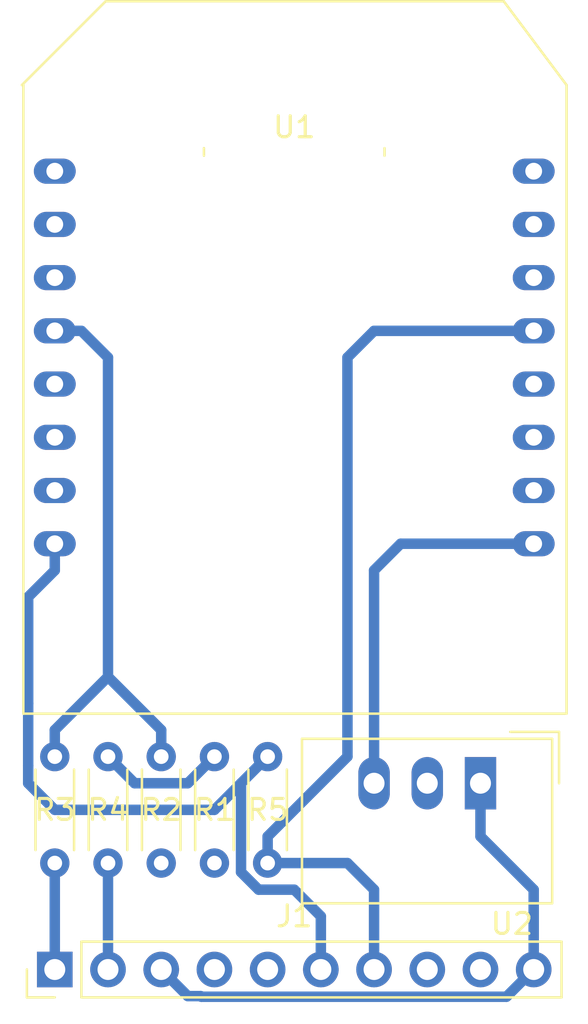
<source format=kicad_pcb>
(kicad_pcb (version 20171130) (host pcbnew 5.1.10-88a1d61d58~90~ubuntu20.04.1)

  (general
    (thickness 1.6)
    (drawings 8)
    (tracks 45)
    (zones 0)
    (modules 8)
    (nets 10)
  )

  (page A4)
  (layers
    (0 F.Cu signal)
    (31 B.Cu signal)
    (32 B.Adhes user)
    (33 F.Adhes user)
    (34 B.Paste user)
    (35 F.Paste user)
    (36 B.SilkS user)
    (37 F.SilkS user)
    (38 B.Mask user)
    (39 F.Mask user)
    (40 Dwgs.User user)
    (41 Cmts.User user)
    (42 Eco1.User user)
    (43 Eco2.User user)
    (44 Edge.Cuts user)
    (45 Margin user)
    (46 B.CrtYd user)
    (47 F.CrtYd user)
    (48 B.Fab user)
    (49 F.Fab user hide)
  )

  (setup
    (last_trace_width 0.5)
    (user_trace_width 0.5)
    (trace_clearance 0.2)
    (zone_clearance 0.508)
    (zone_45_only no)
    (trace_min 0.2)
    (via_size 0.8)
    (via_drill 0.4)
    (via_min_size 0.4)
    (via_min_drill 0.3)
    (uvia_size 0.3)
    (uvia_drill 0.1)
    (uvias_allowed no)
    (uvia_min_size 0.2)
    (uvia_min_drill 0.1)
    (edge_width 0.1)
    (segment_width 0.2)
    (pcb_text_width 0.3)
    (pcb_text_size 1.5 1.5)
    (mod_edge_width 0.15)
    (mod_text_size 1 1)
    (mod_text_width 0.15)
    (pad_size 1.524 1.524)
    (pad_drill 0.762)
    (pad_to_mask_clearance 0)
    (aux_axis_origin 0 0)
    (visible_elements FFFFFF7F)
    (pcbplotparams
      (layerselection 0x010fc_ffffffff)
      (usegerberextensions false)
      (usegerberattributes true)
      (usegerberadvancedattributes true)
      (creategerberjobfile true)
      (excludeedgelayer true)
      (linewidth 0.100000)
      (plotframeref false)
      (viasonmask false)
      (mode 1)
      (useauxorigin false)
      (hpglpennumber 1)
      (hpglpenspeed 20)
      (hpglpendiameter 15.000000)
      (psnegative false)
      (psa4output false)
      (plotreference true)
      (plotvalue true)
      (plotinvisibletext false)
      (padsonsilk false)
      (subtractmaskfromsilk false)
      (outputformat 1)
      (mirror false)
      (drillshape 1)
      (scaleselection 1)
      (outputdirectory ""))
  )

  (net 0 "")
  (net 1 GND)
  (net 2 /PIR)
  (net 3 /LUX)
  (net 4 "Net-(J1-Pad1)")
  (net 5 "Net-(J1-Pad6)")
  (net 6 "Net-(J1-Pad2)")
  (net 7 "Net-(U1-Pad9)")
  (net 8 "Net-(J1-Pad10)")
  (net 9 /TEMP)

  (net_class Default "This is the default net class."
    (clearance 0.2)
    (trace_width 0.25)
    (via_dia 0.8)
    (via_drill 0.4)
    (uvia_dia 0.3)
    (uvia_drill 0.1)
    (add_net /LUX)
    (add_net /PIR)
    (add_net /TEMP)
    (add_net GND)
    (add_net "Net-(J1-Pad1)")
    (add_net "Net-(J1-Pad10)")
    (add_net "Net-(J1-Pad2)")
    (add_net "Net-(J1-Pad6)")
    (add_net "Net-(U1-Pad9)")
  )

  (module multi001-v1:DIP-16_900_ELL (layer F.Cu) (tedit 618FB63F) (tstamp 619F8B3A)
    (at 50.8 45.72)
    (path /60D8D968)
    (fp_text reference U1 (at 11.43 -2.1) (layer F.SilkS)
      (effects (font (size 1 1) (thickness 0.15)))
    )
    (fp_text value D1-MINI-V2 (at 11.43 20.89) (layer F.Fab)
      (effects (font (size 1 1) (thickness 0.15)))
    )
    (fp_line (start -1.5 -4.11) (end -1.5 25.89) (layer F.SilkS) (width 0.12))
    (fp_line (start -1.5 25.89) (end 24.36 25.89) (layer F.SilkS) (width 0.12))
    (fp_line (start 24.43 25.89) (end 24.43 -4.11) (layer F.SilkS) (width 0.12))
    (fp_line (start 24.43 -4.11) (end 21.43 -8.11) (layer F.SilkS) (width 0.12))
    (fp_line (start 15.74 -1.1) (end 15.74 -0.74) (layer F.SilkS) (width 0.12))
    (fp_line (start 21.43 -8.11) (end 2.43 -8.11) (layer F.SilkS) (width 0.12))
    (fp_line (start 7.120001 -0.74) (end 7.120001 -1.1) (layer F.SilkS) (width 0.12))
    (fp_line (start 2.43 -8.11) (end -1.57 -4.11) (layer F.SilkS) (width 0.12))
    (fp_line (start 24.11 -0.85) (end 24.11 18.63) (layer F.CrtYd) (width 0.05))
    (fp_line (start 24.11 18.63) (end -1.25 18.63) (layer F.CrtYd) (width 0.05))
    (fp_line (start -1.25 18.63) (end -1.25 -0.85) (layer F.CrtYd) (width 0.05))
    (fp_line (start -1.25 -0.85) (end 24.11 -0.85) (layer F.CrtYd) (width 0.05))
    (fp_text user 5V (at 20.32 17.78) (layer F.SilkS) hide
      (effects (font (size 1 1) (thickness 0.15)) (justify right))
    )
    (fp_text user GND (at 20.32 15.24) (layer F.SilkS) hide
      (effects (font (size 1 1) (thickness 0.15)) (justify right))
    )
    (fp_text user D4 (at 20.32 12.7) (layer F.SilkS) hide
      (effects (font (size 1 1) (thickness 0.15)) (justify right))
    )
    (fp_text user D3 (at 20.32 10.16) (layer F.SilkS) hide
      (effects (font (size 1 1) (thickness 0.15)) (justify right))
    )
    (fp_text user D2 (at 20.32 7.62) (layer F.SilkS) hide
      (effects (font (size 1 1) (thickness 0.15)) (justify right))
    )
    (fp_text user D1 (at 20.32 5.08) (layer F.SilkS) hide
      (effects (font (size 1 1) (thickness 0.15)) (justify right))
    )
    (fp_text user RX (at 20.32 2.54) (layer F.SilkS) hide
      (effects (font (size 1 1) (thickness 0.15)) (justify right))
    )
    (fp_text user TX (at 20.32 0) (layer F.SilkS) hide
      (effects (font (size 1 1) (thickness 0.15)) (justify right))
    )
    (fp_text user 3V3 (at 2.54 17.78) (layer F.SilkS) hide
      (effects (font (size 1 1) (thickness 0.15)) (justify left))
    )
    (fp_text user D8 (at 2.54 15.24) (layer F.SilkS) hide
      (effects (font (size 1 1) (thickness 0.15)) (justify left))
    )
    (fp_text user D7 (at 2.54 12.7) (layer F.SilkS) hide
      (effects (font (size 1 1) (thickness 0.15)) (justify left))
    )
    (fp_text user D6 (at 2.54 10.16) (layer F.SilkS) hide
      (effects (font (size 1 1) (thickness 0.15)) (justify left))
    )
    (fp_text user D5 (at 2.43 7.62) (layer F.SilkS) hide
      (effects (font (size 1 1) (thickness 0.15)) (justify left))
    )
    (fp_text user D0 (at 2.43 5.08) (layer F.SilkS) hide
      (effects (font (size 1 1) (thickness 0.15)) (justify left))
    )
    (fp_text user A0 (at 2.43 2.54) (layer F.SilkS) hide
      (effects (font (size 1 1) (thickness 0.15)) (justify left))
    )
    (fp_text user RST (at 2.54 0) (layer F.SilkS) hide
      (effects (font (size 1 1) (thickness 0.15)) (justify left))
    )
    (pad 8 thru_hole oval (at 0 17.78 270) (size 1.2 2) (drill 0.8) (layers *.Cu *.Mask)
      (net 5 "Net-(J1-Pad6)"))
    (pad 9 thru_hole oval (at 22.86 17.78 270) (size 1.2 2) (drill 0.8) (layers *.Cu *.Mask)
      (net 7 "Net-(U1-Pad9)"))
    (pad 7 thru_hole oval (at 0 15.24 270) (size 1.2 2) (drill 0.8) (layers *.Cu *.Mask))
    (pad 10 thru_hole oval (at 22.86 15.24 270) (size 1.2 2) (drill 0.8) (layers *.Cu *.Mask)
      (net 1 GND))
    (pad 6 thru_hole oval (at 0 12.7 270) (size 1.2 2) (drill 0.8) (layers *.Cu *.Mask))
    (pad 11 thru_hole oval (at 22.86 12.7 270) (size 1.2 2) (drill 0.8) (layers *.Cu *.Mask))
    (pad 5 thru_hole oval (at 0 10.16 270) (size 1.2 2) (drill 0.8) (layers *.Cu *.Mask))
    (pad 12 thru_hole oval (at 22.86 10.16 270) (size 1.2 2) (drill 0.8) (layers *.Cu *.Mask))
    (pad 4 thru_hole oval (at 0 7.62 270) (size 1.2 2) (drill 0.8) (layers *.Cu *.Mask)
      (net 2 /PIR))
    (pad 13 thru_hole oval (at 22.86 7.62 270) (size 1.2 2) (drill 0.8) (layers *.Cu *.Mask)
      (net 9 /TEMP))
    (pad 3 thru_hole oval (at 0 5.08 270) (size 1.2 2) (drill 0.8) (layers *.Cu *.Mask))
    (pad 14 thru_hole oval (at 22.86 5.08 270) (size 1.2 2) (drill 0.8) (layers *.Cu *.Mask))
    (pad 2 thru_hole oval (at 0 2.54 270) (size 1.2 2) (drill 0.8) (layers *.Cu *.Mask)
      (net 3 /LUX))
    (pad 15 thru_hole oval (at 22.86 2.54 270) (size 1.2 2) (drill 0.8) (layers *.Cu *.Mask))
    (pad 1 thru_hole oval (at 0 0 270) (size 1.2 2) (drill 0.8) (layers *.Cu *.Mask))
    (pad 16 thru_hole oval (at 22.86 0 270) (size 1.2 2) (drill 0.8) (layers *.Cu *.Mask))
  )

  (module Converter_DCDC:Converter_DCDC_TRACO_TSR-1_THT (layer F.Cu) (tedit 59FE1FB7) (tstamp 619E5F8F)
    (at 71.12 74.93 180)
    (descr "DCDC-Converter, TRACO, TSR 1-xxxx")
    (tags "DCDC-Converter TRACO TSR-1")
    (path /61A3CF86)
    (fp_text reference U2 (at -1.5 -6.71) (layer F.SilkS)
      (effects (font (size 1 1) (thickness 0.15)))
    )
    (fp_text value OKI-78SR-5_1.5-W36-C (at 2.5 3.25) (layer F.Fab)
      (effects (font (size 1 1) (thickness 0.15)))
    )
    (fp_text user %R (at 3 -3) (layer F.Fab)
      (effects (font (size 1 1) (thickness 0.15)))
    )
    (fp_line (start -3.75 2.45) (end -1.42 2.45) (layer F.SilkS) (width 0.12))
    (fp_line (start -3.75 0) (end -3.75 2.45) (layer F.SilkS) (width 0.12))
    (fp_line (start -3.3 1) (end -2.3 2) (layer F.Fab) (width 0.1))
    (fp_line (start -3.3 1) (end -3.3 -5.6) (layer F.Fab) (width 0.1))
    (fp_line (start 8.4 2) (end 8.4 -5.6) (layer F.Fab) (width 0.1))
    (fp_line (start -3.3 -5.6) (end 8.4 -5.6) (layer F.Fab) (width 0.1))
    (fp_line (start -3.55 2.25) (end -3.55 -5.85) (layer F.CrtYd) (width 0.05))
    (fp_line (start 8.65 2.25) (end -3.55 2.25) (layer F.CrtYd) (width 0.05))
    (fp_line (start 8.65 -5.85) (end 8.65 2.25) (layer F.CrtYd) (width 0.05))
    (fp_line (start -3.55 -5.85) (end 8.65 -5.85) (layer F.CrtYd) (width 0.05))
    (fp_line (start 8.52 2.12) (end -3.42 2.12) (layer F.SilkS) (width 0.12))
    (fp_line (start 8.52 -5.73) (end 8.52 2.12) (layer F.SilkS) (width 0.12))
    (fp_line (start -3.42 -5.73) (end 8.52 -5.73) (layer F.SilkS) (width 0.12))
    (fp_line (start -3.42 2.12) (end -3.42 -5.73) (layer F.SilkS) (width 0.12))
    (fp_line (start -2.3 2) (end 8.4 2) (layer F.Fab) (width 0.1))
    (pad 3 thru_hole oval (at 5.08 0 180) (size 1.5 2.5) (drill 1) (layers *.Cu *.Mask)
      (net 7 "Net-(U1-Pad9)"))
    (pad 2 thru_hole oval (at 2.54 0 180) (size 1.5 2.5) (drill 1) (layers *.Cu *.Mask)
      (net 1 GND))
    (pad 1 thru_hole rect (at 0 0 180) (size 1.5 2.5) (drill 1) (layers *.Cu *.Mask)
      (net 8 "Net-(J1-Pad10)"))
    (model ${KISYS3DMOD}/Converter_DCDC.3dshapes/Converter_DCDC_TRACO_TSR-1_THT.wrl
      (at (xyz 0 0 0))
      (scale (xyz 1 1 1))
      (rotate (xyz 0 0 0))
    )
  )

  (module Resistor_THT:R_Axial_DIN0204_L3.6mm_D1.6mm_P5.08mm_Horizontal (layer F.Cu) (tedit 5AE5139B) (tstamp 6190244E)
    (at 60.96 73.66 270)
    (descr "Resistor, Axial_DIN0204 series, Axial, Horizontal, pin pitch=5.08mm, 0.167W, length*diameter=3.6*1.6mm^2, http://cdn-reichelt.de/documents/datenblatt/B400/1_4W%23YAG.pdf")
    (tags "Resistor Axial_DIN0204 series Axial Horizontal pin pitch 5.08mm 0.167W length 3.6mm diameter 1.6mm")
    (path /61A1FD8F)
    (fp_text reference R5 (at 2.54 0 180) (layer F.SilkS)
      (effects (font (size 1 1) (thickness 0.15)))
    )
    (fp_text value 4K7 (at 2.54 1.92 90) (layer F.Fab)
      (effects (font (size 1 1) (thickness 0.15)))
    )
    (fp_line (start 0.74 -0.8) (end 0.74 0.8) (layer F.Fab) (width 0.1))
    (fp_line (start 0.74 0.8) (end 4.34 0.8) (layer F.Fab) (width 0.1))
    (fp_line (start 4.34 0.8) (end 4.34 -0.8) (layer F.Fab) (width 0.1))
    (fp_line (start 4.34 -0.8) (end 0.74 -0.8) (layer F.Fab) (width 0.1))
    (fp_line (start 0 0) (end 0.74 0) (layer F.Fab) (width 0.1))
    (fp_line (start 5.08 0) (end 4.34 0) (layer F.Fab) (width 0.1))
    (fp_line (start 0.62 -0.92) (end 4.46 -0.92) (layer F.SilkS) (width 0.12))
    (fp_line (start 0.62 0.92) (end 4.46 0.92) (layer F.SilkS) (width 0.12))
    (fp_line (start -0.95 -1.05) (end -0.95 1.05) (layer F.CrtYd) (width 0.05))
    (fp_line (start -0.95 1.05) (end 6.03 1.05) (layer F.CrtYd) (width 0.05))
    (fp_line (start 6.03 1.05) (end 6.03 -1.05) (layer F.CrtYd) (width 0.05))
    (fp_line (start 6.03 -1.05) (end -0.95 -1.05) (layer F.CrtYd) (width 0.05))
    (fp_text user %R (at 2.54 0 90) (layer F.Fab)
      (effects (font (size 0.72 0.72) (thickness 0.108)))
    )
    (pad 2 thru_hole oval (at 5.08 0 270) (size 1.4 1.4) (drill 0.7) (layers *.Cu *.Mask)
      (net 9 /TEMP))
    (pad 1 thru_hole circle (at 0 0 270) (size 1.4 1.4) (drill 0.7) (layers *.Cu *.Mask)
      (net 5 "Net-(J1-Pad6)"))
    (model ${KISYS3DMOD}/Resistor_THT.3dshapes/R_Axial_DIN0204_L3.6mm_D1.6mm_P5.08mm_Horizontal.wrl
      (at (xyz 0 0 0))
      (scale (xyz 1 1 1))
      (rotate (xyz 0 0 0))
    )
  )

  (module Resistor_THT:R_Axial_DIN0204_L3.6mm_D1.6mm_P5.08mm_Horizontal (layer F.Cu) (tedit 5AE5139B) (tstamp 61900E23)
    (at 53.34 73.66 270)
    (descr "Resistor, Axial_DIN0204 series, Axial, Horizontal, pin pitch=5.08mm, 0.167W, length*diameter=3.6*1.6mm^2, http://cdn-reichelt.de/documents/datenblatt/B400/1_4W%23YAG.pdf")
    (tags "Resistor Axial_DIN0204 series Axial Horizontal pin pitch 5.08mm 0.167W length 3.6mm diameter 1.6mm")
    (path /619F33C9)
    (fp_text reference R4 (at 2.54 0 180) (layer F.SilkS)
      (effects (font (size 1 1) (thickness 0.15)))
    )
    (fp_text value 9K1 (at 2.54 1.92 90) (layer F.Fab)
      (effects (font (size 1 1) (thickness 0.15)))
    )
    (fp_line (start 0.74 -0.8) (end 0.74 0.8) (layer F.Fab) (width 0.1))
    (fp_line (start 0.74 0.8) (end 4.34 0.8) (layer F.Fab) (width 0.1))
    (fp_line (start 4.34 0.8) (end 4.34 -0.8) (layer F.Fab) (width 0.1))
    (fp_line (start 4.34 -0.8) (end 0.74 -0.8) (layer F.Fab) (width 0.1))
    (fp_line (start 0 0) (end 0.74 0) (layer F.Fab) (width 0.1))
    (fp_line (start 5.08 0) (end 4.34 0) (layer F.Fab) (width 0.1))
    (fp_line (start 0.62 -0.92) (end 4.46 -0.92) (layer F.SilkS) (width 0.12))
    (fp_line (start 0.62 0.92) (end 4.46 0.92) (layer F.SilkS) (width 0.12))
    (fp_line (start -0.95 -1.05) (end -0.95 1.05) (layer F.CrtYd) (width 0.05))
    (fp_line (start -0.95 1.05) (end 6.03 1.05) (layer F.CrtYd) (width 0.05))
    (fp_line (start 6.03 1.05) (end 6.03 -1.05) (layer F.CrtYd) (width 0.05))
    (fp_line (start 6.03 -1.05) (end -0.95 -1.05) (layer F.CrtYd) (width 0.05))
    (fp_text user %R (at 2.54 0 90) (layer F.Fab)
      (effects (font (size 0.72 0.72) (thickness 0.108)))
    )
    (pad 2 thru_hole oval (at 5.08 0 270) (size 1.4 1.4) (drill 0.7) (layers *.Cu *.Mask)
      (net 6 "Net-(J1-Pad2)"))
    (pad 1 thru_hole circle (at 0 0 270) (size 1.4 1.4) (drill 0.7) (layers *.Cu *.Mask)
      (net 3 /LUX))
    (model ${KISYS3DMOD}/Resistor_THT.3dshapes/R_Axial_DIN0204_L3.6mm_D1.6mm_P5.08mm_Horizontal.wrl
      (at (xyz 0 0 0))
      (scale (xyz 1 1 1))
      (rotate (xyz 0 0 0))
    )
  )

  (module Resistor_THT:R_Axial_DIN0204_L3.6mm_D1.6mm_P5.08mm_Horizontal (layer F.Cu) (tedit 5AE5139B) (tstamp 61900E10)
    (at 50.8 73.66 270)
    (descr "Resistor, Axial_DIN0204 series, Axial, Horizontal, pin pitch=5.08mm, 0.167W, length*diameter=3.6*1.6mm^2, http://cdn-reichelt.de/documents/datenblatt/B400/1_4W%23YAG.pdf")
    (tags "Resistor Axial_DIN0204 series Axial Horizontal pin pitch 5.08mm 0.167W length 3.6mm diameter 1.6mm")
    (path /619F2CCB)
    (fp_text reference R3 (at 2.54 0 180) (layer F.SilkS)
      (effects (font (size 1 1) (thickness 0.15)))
    )
    (fp_text value 9K1 (at 2.54 1.92 90) (layer F.Fab)
      (effects (font (size 1 1) (thickness 0.15)))
    )
    (fp_line (start 0.74 -0.8) (end 0.74 0.8) (layer F.Fab) (width 0.1))
    (fp_line (start 0.74 0.8) (end 4.34 0.8) (layer F.Fab) (width 0.1))
    (fp_line (start 4.34 0.8) (end 4.34 -0.8) (layer F.Fab) (width 0.1))
    (fp_line (start 4.34 -0.8) (end 0.74 -0.8) (layer F.Fab) (width 0.1))
    (fp_line (start 0 0) (end 0.74 0) (layer F.Fab) (width 0.1))
    (fp_line (start 5.08 0) (end 4.34 0) (layer F.Fab) (width 0.1))
    (fp_line (start 0.62 -0.92) (end 4.46 -0.92) (layer F.SilkS) (width 0.12))
    (fp_line (start 0.62 0.92) (end 4.46 0.92) (layer F.SilkS) (width 0.12))
    (fp_line (start -0.95 -1.05) (end -0.95 1.05) (layer F.CrtYd) (width 0.05))
    (fp_line (start -0.95 1.05) (end 6.03 1.05) (layer F.CrtYd) (width 0.05))
    (fp_line (start 6.03 1.05) (end 6.03 -1.05) (layer F.CrtYd) (width 0.05))
    (fp_line (start 6.03 -1.05) (end -0.95 -1.05) (layer F.CrtYd) (width 0.05))
    (fp_text user %R (at 2.54 0 90) (layer F.Fab)
      (effects (font (size 0.72 0.72) (thickness 0.108)))
    )
    (pad 2 thru_hole oval (at 5.08 0 270) (size 1.4 1.4) (drill 0.7) (layers *.Cu *.Mask)
      (net 4 "Net-(J1-Pad1)"))
    (pad 1 thru_hole circle (at 0 0 270) (size 1.4 1.4) (drill 0.7) (layers *.Cu *.Mask)
      (net 2 /PIR))
    (model ${KISYS3DMOD}/Resistor_THT.3dshapes/R_Axial_DIN0204_L3.6mm_D1.6mm_P5.08mm_Horizontal.wrl
      (at (xyz 0 0 0))
      (scale (xyz 1 1 1))
      (rotate (xyz 0 0 0))
    )
  )

  (module Resistor_THT:R_Axial_DIN0204_L3.6mm_D1.6mm_P5.08mm_Horizontal (layer F.Cu) (tedit 5AE5139B) (tstamp 61900DFD)
    (at 55.88 73.66 270)
    (descr "Resistor, Axial_DIN0204 series, Axial, Horizontal, pin pitch=5.08mm, 0.167W, length*diameter=3.6*1.6mm^2, http://cdn-reichelt.de/documents/datenblatt/B400/1_4W%23YAG.pdf")
    (tags "Resistor Axial_DIN0204 series Axial Horizontal pin pitch 5.08mm 0.167W length 3.6mm diameter 1.6mm")
    (path /619F4E51)
    (fp_text reference R2 (at 2.54 0 180) (layer F.SilkS)
      (effects (font (size 1 1) (thickness 0.15)))
    )
    (fp_text value 3K2 (at 2.54 1.92 90) (layer F.Fab)
      (effects (font (size 1 1) (thickness 0.15)))
    )
    (fp_line (start 0.74 -0.8) (end 0.74 0.8) (layer F.Fab) (width 0.1))
    (fp_line (start 0.74 0.8) (end 4.34 0.8) (layer F.Fab) (width 0.1))
    (fp_line (start 4.34 0.8) (end 4.34 -0.8) (layer F.Fab) (width 0.1))
    (fp_line (start 4.34 -0.8) (end 0.74 -0.8) (layer F.Fab) (width 0.1))
    (fp_line (start 0 0) (end 0.74 0) (layer F.Fab) (width 0.1))
    (fp_line (start 5.08 0) (end 4.34 0) (layer F.Fab) (width 0.1))
    (fp_line (start 0.62 -0.92) (end 4.46 -0.92) (layer F.SilkS) (width 0.12))
    (fp_line (start 0.62 0.92) (end 4.46 0.92) (layer F.SilkS) (width 0.12))
    (fp_line (start -0.95 -1.05) (end -0.95 1.05) (layer F.CrtYd) (width 0.05))
    (fp_line (start -0.95 1.05) (end 6.03 1.05) (layer F.CrtYd) (width 0.05))
    (fp_line (start 6.03 1.05) (end 6.03 -1.05) (layer F.CrtYd) (width 0.05))
    (fp_line (start 6.03 -1.05) (end -0.95 -1.05) (layer F.CrtYd) (width 0.05))
    (fp_text user %R (at 2.54 0 90) (layer F.Fab)
      (effects (font (size 0.72 0.72) (thickness 0.108)))
    )
    (pad 2 thru_hole oval (at 5.08 0 270) (size 1.4 1.4) (drill 0.7) (layers *.Cu *.Mask)
      (net 1 GND))
    (pad 1 thru_hole circle (at 0 0 270) (size 1.4 1.4) (drill 0.7) (layers *.Cu *.Mask)
      (net 2 /PIR))
    (model ${KISYS3DMOD}/Resistor_THT.3dshapes/R_Axial_DIN0204_L3.6mm_D1.6mm_P5.08mm_Horizontal.wrl
      (at (xyz 0 0 0))
      (scale (xyz 1 1 1))
      (rotate (xyz 0 0 0))
    )
  )

  (module Resistor_THT:R_Axial_DIN0204_L3.6mm_D1.6mm_P5.08mm_Horizontal (layer F.Cu) (tedit 5AE5139B) (tstamp 618FE112)
    (at 58.42 78.74 90)
    (descr "Resistor, Axial_DIN0204 series, Axial, Horizontal, pin pitch=5.08mm, 0.167W, length*diameter=3.6*1.6mm^2, http://cdn-reichelt.de/documents/datenblatt/B400/1_4W%23YAG.pdf")
    (tags "Resistor Axial_DIN0204 series Axial Horizontal pin pitch 5.08mm 0.167W length 3.6mm diameter 1.6mm")
    (path /619F3C43)
    (fp_text reference R1 (at 2.54 0 180) (layer F.SilkS)
      (effects (font (size 1 1) (thickness 0.15)))
    )
    (fp_text value 3K2 (at 2.54 1.92 90) (layer F.Fab)
      (effects (font (size 1 1) (thickness 0.15)))
    )
    (fp_line (start 0.74 -0.8) (end 0.74 0.8) (layer F.Fab) (width 0.1))
    (fp_line (start 0.74 0.8) (end 4.34 0.8) (layer F.Fab) (width 0.1))
    (fp_line (start 4.34 0.8) (end 4.34 -0.8) (layer F.Fab) (width 0.1))
    (fp_line (start 4.34 -0.8) (end 0.74 -0.8) (layer F.Fab) (width 0.1))
    (fp_line (start 0 0) (end 0.74 0) (layer F.Fab) (width 0.1))
    (fp_line (start 5.08 0) (end 4.34 0) (layer F.Fab) (width 0.1))
    (fp_line (start 0.62 -0.92) (end 4.46 -0.92) (layer F.SilkS) (width 0.12))
    (fp_line (start 0.62 0.92) (end 4.46 0.92) (layer F.SilkS) (width 0.12))
    (fp_line (start -0.95 -1.05) (end -0.95 1.05) (layer F.CrtYd) (width 0.05))
    (fp_line (start -0.95 1.05) (end 6.03 1.05) (layer F.CrtYd) (width 0.05))
    (fp_line (start 6.03 1.05) (end 6.03 -1.05) (layer F.CrtYd) (width 0.05))
    (fp_line (start 6.03 -1.05) (end -0.95 -1.05) (layer F.CrtYd) (width 0.05))
    (fp_text user %R (at 2.54 0 90) (layer F.Fab)
      (effects (font (size 0.72 0.72) (thickness 0.108)))
    )
    (pad 2 thru_hole oval (at 5.08 0 90) (size 1.4 1.4) (drill 0.7) (layers *.Cu *.Mask)
      (net 3 /LUX))
    (pad 1 thru_hole circle (at 0 0 90) (size 1.4 1.4) (drill 0.7) (layers *.Cu *.Mask)
      (net 1 GND))
    (model ${KISYS3DMOD}/Resistor_THT.3dshapes/R_Axial_DIN0204_L3.6mm_D1.6mm_P5.08mm_Horizontal.wrl
      (at (xyz 0 0 0))
      (scale (xyz 1 1 1))
      (rotate (xyz 0 0 0))
    )
  )

  (module Connector_PinHeader_2.54mm:PinHeader_1x10_P2.54mm_Vertical (layer F.Cu) (tedit 59FED5CC) (tstamp 61900DD7)
    (at 50.8 83.82 90)
    (descr "Through hole straight pin header, 1x10, 2.54mm pitch, single row")
    (tags "Through hole pin header THT 1x10 2.54mm single row")
    (path /61904EE0)
    (fp_text reference J1 (at 2.54 11.43 180) (layer F.SilkS)
      (effects (font (size 1 1) (thickness 0.15)))
    )
    (fp_text value Screw_Terminal_01x10 (at 0 25.19 90) (layer F.Fab) hide
      (effects (font (size 1 1) (thickness 0.15)))
    )
    (fp_line (start -0.635 -1.27) (end 1.27 -1.27) (layer F.Fab) (width 0.1))
    (fp_line (start 1.27 -1.27) (end 1.27 24.13) (layer F.Fab) (width 0.1))
    (fp_line (start 1.27 24.13) (end -1.27 24.13) (layer F.Fab) (width 0.1))
    (fp_line (start -1.27 24.13) (end -1.27 -0.635) (layer F.Fab) (width 0.1))
    (fp_line (start -1.27 -0.635) (end -0.635 -1.27) (layer F.Fab) (width 0.1))
    (fp_line (start -1.33 24.19) (end 1.33 24.19) (layer F.SilkS) (width 0.12))
    (fp_line (start -1.33 1.27) (end -1.33 24.19) (layer F.SilkS) (width 0.12))
    (fp_line (start 1.33 1.27) (end 1.33 24.19) (layer F.SilkS) (width 0.12))
    (fp_line (start -1.33 1.27) (end 1.33 1.27) (layer F.SilkS) (width 0.12))
    (fp_line (start -1.33 0) (end -1.33 -1.33) (layer F.SilkS) (width 0.12))
    (fp_line (start -1.33 -1.33) (end 0 -1.33) (layer F.SilkS) (width 0.12))
    (fp_line (start -1.8 -1.8) (end -1.8 24.65) (layer F.CrtYd) (width 0.05))
    (fp_line (start -1.8 24.65) (end 1.8 24.65) (layer F.CrtYd) (width 0.05))
    (fp_line (start 1.8 24.65) (end 1.8 -1.8) (layer F.CrtYd) (width 0.05))
    (fp_line (start 1.8 -1.8) (end -1.8 -1.8) (layer F.CrtYd) (width 0.05))
    (fp_text user %R (at 0 11.43) (layer F.Fab)
      (effects (font (size 1 1) (thickness 0.15)))
    )
    (pad 10 thru_hole oval (at 0 22.86 90) (size 1.7 1.7) (drill 1) (layers *.Cu *.Mask)
      (net 8 "Net-(J1-Pad10)"))
    (pad 9 thru_hole oval (at 0 20.32 90) (size 1.7 1.7) (drill 1) (layers *.Cu *.Mask)
      (net 1 GND))
    (pad 8 thru_hole oval (at 0 17.78 90) (size 1.7 1.7) (drill 1) (layers *.Cu *.Mask)
      (net 1 GND))
    (pad 7 thru_hole oval (at 0 15.24 90) (size 1.7 1.7) (drill 1) (layers *.Cu *.Mask)
      (net 9 /TEMP))
    (pad 6 thru_hole oval (at 0 12.7 90) (size 1.7 1.7) (drill 1) (layers *.Cu *.Mask)
      (net 5 "Net-(J1-Pad6)"))
    (pad 5 thru_hole oval (at 0 10.16 90) (size 1.7 1.7) (drill 1) (layers *.Cu *.Mask))
    (pad 4 thru_hole oval (at 0 7.62 90) (size 1.7 1.7) (drill 1) (layers *.Cu *.Mask)
      (net 1 GND))
    (pad 3 thru_hole oval (at 0 5.08 90) (size 1.7 1.7) (drill 1) (layers *.Cu *.Mask)
      (net 8 "Net-(J1-Pad10)"))
    (pad 2 thru_hole oval (at 0 2.54 90) (size 1.7 1.7) (drill 1) (layers *.Cu *.Mask)
      (net 6 "Net-(J1-Pad2)"))
    (pad 1 thru_hole rect (at 0 0 90) (size 1.7 1.7) (drill 1) (layers *.Cu *.Mask)
      (net 4 "Net-(J1-Pad1)"))
    (model ${KISYS3DMOD}/Connector_PinHeader_2.54mm.3dshapes/PinHeader_1x10_P2.54mm_Vertical.wrl
      (at (xyz 0 0 0))
      (scale (xyz 1 1 1))
      (rotate (xyz 0 0 0))
    )
  )

  (gr_arc (start 50.8 83.82) (end 48.26 83.82) (angle -90) (layer Margin) (width 0.15))
  (gr_arc (start 73.66 83.82) (end 73.66 86.36) (angle -90) (layer Margin) (width 0.15))
  (gr_arc (start 73.66 40.64) (end 76.2 40.64) (angle -90) (layer Margin) (width 0.15))
  (gr_arc (start 50.8 40.64) (end 50.8 38.1) (angle -90) (layer Margin) (width 0.15))
  (gr_line (start 48.26 83.82) (end 48.26 40.64) (layer Margin) (width 0.15) (tstamp 619026B2))
  (gr_line (start 73.66 86.36) (end 50.8 86.36) (layer Margin) (width 0.15))
  (gr_line (start 76.2 40.64) (end 76.2 83.82) (layer Margin) (width 0.15))
  (gr_line (start 50.8 38.1) (end 73.66 38.1) (layer Margin) (width 0.15))

  (segment (start 52.07 53.34) (end 50.8 53.34) (width 0.5) (layer B.Cu) (net 2))
  (segment (start 53.34 54.61) (end 52.07 53.34) (width 0.5) (layer B.Cu) (net 2))
  (segment (start 50.8 72.39) (end 53.34 69.85) (width 0.5) (layer B.Cu) (net 2))
  (segment (start 53.34 69.85) (end 53.34 54.61) (width 0.5) (layer B.Cu) (net 2))
  (segment (start 50.8 73.66) (end 50.8 72.39) (width 0.5) (layer B.Cu) (net 2))
  (segment (start 55.88 73.66) (end 55.88 72.39) (width 0.5) (layer B.Cu) (net 2))
  (segment (start 55.88 72.39) (end 53.34 69.85) (width 0.5) (layer B.Cu) (net 2))
  (segment (start 53.34 73.66) (end 54.61 74.93) (width 0.5) (layer B.Cu) (net 3))
  (segment (start 54.61 74.93) (end 57.15 74.93) (width 0.5) (layer B.Cu) (net 3))
  (segment (start 57.15 74.93) (end 58.42 73.66) (width 0.5) (layer B.Cu) (net 3))
  (segment (start 50.8 83.82) (end 50.8 78.74) (width 0.5) (layer B.Cu) (net 4))
  (segment (start 59.69 79.172002) (end 59.69 74.93) (width 0.5) (layer B.Cu) (net 5))
  (segment (start 60.527998 80.01) (end 59.69 79.172002) (width 0.5) (layer B.Cu) (net 5))
  (segment (start 62.23 80.01) (end 60.527998 80.01) (width 0.5) (layer B.Cu) (net 5))
  (segment (start 63.5 81.28) (end 62.23 80.01) (width 0.5) (layer B.Cu) (net 5))
  (segment (start 63.5 83.82) (end 63.5 81.28) (width 0.5) (layer B.Cu) (net 5))
  (segment (start 50.8 63.5) (end 50.8 64.77) (width 0.5) (layer B.Cu) (net 5))
  (segment (start 50.8 64.77) (end 49.53 66.04) (width 0.5) (layer B.Cu) (net 5))
  (segment (start 49.53 66.04) (end 49.53 71.12) (width 0.5) (layer B.Cu) (net 5))
  (segment (start 49.53 71.12) (end 49.53 74.092002) (width 0.5) (layer B.Cu) (net 5))
  (segment (start 49.53 74.092002) (end 49.53 74.93) (width 0.5) (layer B.Cu) (net 5))
  (segment (start 49.53 74.93) (end 50.8 76.2) (width 0.5) (layer B.Cu) (net 5))
  (segment (start 50.8 76.2) (end 58.42 76.2) (width 0.5) (layer B.Cu) (net 5))
  (segment (start 59.69 74.93) (end 60.96 73.66) (width 0.5) (layer B.Cu) (net 5))
  (segment (start 58.42 76.2) (end 59.69 74.93) (width 0.5) (layer B.Cu) (net 5))
  (segment (start 53.34 83.82) (end 53.34 78.74) (width 0.5) (layer B.Cu) (net 6))
  (segment (start 66.04 74.93) (end 66.04 64.77) (width 0.5) (layer B.Cu) (net 7))
  (segment (start 67.31 63.5) (end 73.66 63.5) (width 0.5) (layer B.Cu) (net 7))
  (segment (start 66.04 64.77) (end 67.31 63.5) (width 0.5) (layer B.Cu) (net 7))
  (segment (start 73.66 83.82) (end 73.66 80.01) (width 0.5) (layer B.Cu) (net 8))
  (segment (start 71.12 77.47) (end 71.12 74.93) (width 0.5) (layer B.Cu) (net 8))
  (segment (start 73.66 80.01) (end 71.12 77.47) (width 0.5) (layer B.Cu) (net 8))
  (segment (start 72.359999 85.120001) (end 73.66 83.82) (width 0.5) (layer B.Cu) (net 8))
  (segment (start 57.795999 85.120001) (end 72.359999 85.120001) (width 0.5) (layer B.Cu) (net 8))
  (segment (start 57.765998 85.09) (end 57.795999 85.120001) (width 0.5) (layer B.Cu) (net 8))
  (segment (start 57.15 85.09) (end 57.765998 85.09) (width 0.5) (layer B.Cu) (net 8))
  (segment (start 55.88 83.82) (end 57.15 85.09) (width 0.5) (layer B.Cu) (net 8))
  (segment (start 66.04 83.82) (end 66.04 80.01) (width 0.5) (layer B.Cu) (net 9))
  (segment (start 64.77 78.74) (end 60.96 78.74) (width 0.5) (layer B.Cu) (net 9))
  (segment (start 66.04 80.01) (end 64.77 78.74) (width 0.5) (layer B.Cu) (net 9))
  (segment (start 66.04 53.34) (end 73.66 53.34) (width 0.5) (layer B.Cu) (net 9))
  (segment (start 64.77 54.61) (end 66.04 53.34) (width 0.5) (layer B.Cu) (net 9))
  (segment (start 60.96 77.47) (end 64.77 73.66) (width 0.5) (layer B.Cu) (net 9))
  (segment (start 64.77 73.66) (end 64.77 54.61) (width 0.5) (layer B.Cu) (net 9))
  (segment (start 60.96 78.74) (end 60.96 77.47) (width 0.5) (layer B.Cu) (net 9))

  (zone (net 1) (net_name GND) (layer B.Cu) (tstamp 618FDECA) (hatch edge 0.508)
    (connect_pads (clearance 0.508))
    (min_thickness 0.254)
    (fill (arc_segments 32) (thermal_gap 0.508) (thermal_bridge_width 0.508) (smoothing fillet) (radius 2.54))
    (polygon
      (pts
        (xy 76.2 86.36) (xy 48.26 86.36) (xy 48.26 38.1) (xy 76.2 38.1)
      )
    )
  )
  (zone (net 1) (net_name GND) (layer F.Cu) (tstamp 0) (hatch edge 0.508)
    (connect_pads (clearance 0.508))
    (min_thickness 0.254)
    (fill (arc_segments 32) (thermal_gap 0.508) (thermal_bridge_width 0.508) (smoothing fillet) (radius 2.54))
    (polygon
      (pts
        (xy 76.2 86.36) (xy 48.26 86.36) (xy 48.26 38.1) (xy 76.2 38.1)
      )
    )
  )
)

</source>
